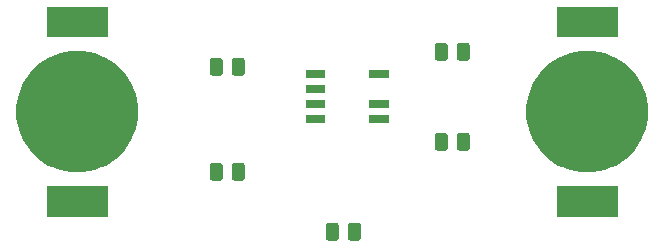
<source format=gbr>
G04 #@! TF.GenerationSoftware,KiCad,Pcbnew,(5.1.4)-1*
G04 #@! TF.CreationDate,2021-09-27T23:37:41-07:00*
G04 #@! TF.ProjectId,IntroProj,496e7472-6f50-4726-9f6a-2e6b69636164,rev?*
G04 #@! TF.SameCoordinates,Original*
G04 #@! TF.FileFunction,Soldermask,Top*
G04 #@! TF.FilePolarity,Negative*
%FSLAX46Y46*%
G04 Gerber Fmt 4.6, Leading zero omitted, Abs format (unit mm)*
G04 Created by KiCad (PCBNEW (5.1.4)-1) date 2021-09-27 23:37:41*
%MOMM*%
%LPD*%
G04 APERTURE LIST*
%ADD10C,0.100000*%
G04 APERTURE END LIST*
D10*
G36*
X162266968Y-79263565D02*
G01*
X162305638Y-79275296D01*
X162341277Y-79294346D01*
X162372517Y-79319983D01*
X162398154Y-79351223D01*
X162417204Y-79386862D01*
X162428935Y-79425532D01*
X162433500Y-79471888D01*
X162433500Y-80548112D01*
X162428935Y-80594468D01*
X162417204Y-80633138D01*
X162398154Y-80668777D01*
X162372517Y-80700017D01*
X162341277Y-80725654D01*
X162305638Y-80744704D01*
X162266968Y-80756435D01*
X162220612Y-80761000D01*
X161569388Y-80761000D01*
X161523032Y-80756435D01*
X161484362Y-80744704D01*
X161448723Y-80725654D01*
X161417483Y-80700017D01*
X161391846Y-80668777D01*
X161372796Y-80633138D01*
X161361065Y-80594468D01*
X161356500Y-80548112D01*
X161356500Y-79471888D01*
X161361065Y-79425532D01*
X161372796Y-79386862D01*
X161391846Y-79351223D01*
X161417483Y-79319983D01*
X161448723Y-79294346D01*
X161484362Y-79275296D01*
X161523032Y-79263565D01*
X161569388Y-79259000D01*
X162220612Y-79259000D01*
X162266968Y-79263565D01*
X162266968Y-79263565D01*
G37*
G36*
X160391968Y-79263565D02*
G01*
X160430638Y-79275296D01*
X160466277Y-79294346D01*
X160497517Y-79319983D01*
X160523154Y-79351223D01*
X160542204Y-79386862D01*
X160553935Y-79425532D01*
X160558500Y-79471888D01*
X160558500Y-80548112D01*
X160553935Y-80594468D01*
X160542204Y-80633138D01*
X160523154Y-80668777D01*
X160497517Y-80700017D01*
X160466277Y-80725654D01*
X160430638Y-80744704D01*
X160391968Y-80756435D01*
X160345612Y-80761000D01*
X159694388Y-80761000D01*
X159648032Y-80756435D01*
X159609362Y-80744704D01*
X159573723Y-80725654D01*
X159542483Y-80700017D01*
X159516846Y-80668777D01*
X159497796Y-80633138D01*
X159486065Y-80594468D01*
X159481500Y-80548112D01*
X159481500Y-79471888D01*
X159486065Y-79425532D01*
X159497796Y-79386862D01*
X159516846Y-79351223D01*
X159542483Y-79319983D01*
X159573723Y-79294346D01*
X159609362Y-79275296D01*
X159648032Y-79263565D01*
X159694388Y-79259000D01*
X160345612Y-79259000D01*
X160391968Y-79263565D01*
X160391968Y-79263565D01*
G37*
G36*
X141031000Y-78751000D02*
G01*
X135829000Y-78751000D01*
X135829000Y-76149000D01*
X141031000Y-76149000D01*
X141031000Y-78751000D01*
X141031000Y-78751000D01*
G37*
G36*
X184211000Y-78751000D02*
G01*
X179009000Y-78751000D01*
X179009000Y-76149000D01*
X184211000Y-76149000D01*
X184211000Y-78751000D01*
X184211000Y-78751000D01*
G37*
G36*
X150564468Y-74183565D02*
G01*
X150603138Y-74195296D01*
X150638777Y-74214346D01*
X150670017Y-74239983D01*
X150695654Y-74271223D01*
X150714704Y-74306862D01*
X150726435Y-74345532D01*
X150731000Y-74391888D01*
X150731000Y-75468112D01*
X150726435Y-75514468D01*
X150714704Y-75553138D01*
X150695654Y-75588777D01*
X150670017Y-75620017D01*
X150638777Y-75645654D01*
X150603138Y-75664704D01*
X150564468Y-75676435D01*
X150518112Y-75681000D01*
X149866888Y-75681000D01*
X149820532Y-75676435D01*
X149781862Y-75664704D01*
X149746223Y-75645654D01*
X149714983Y-75620017D01*
X149689346Y-75588777D01*
X149670296Y-75553138D01*
X149658565Y-75514468D01*
X149654000Y-75468112D01*
X149654000Y-74391888D01*
X149658565Y-74345532D01*
X149670296Y-74306862D01*
X149689346Y-74271223D01*
X149714983Y-74239983D01*
X149746223Y-74214346D01*
X149781862Y-74195296D01*
X149820532Y-74183565D01*
X149866888Y-74179000D01*
X150518112Y-74179000D01*
X150564468Y-74183565D01*
X150564468Y-74183565D01*
G37*
G36*
X152439468Y-74183565D02*
G01*
X152478138Y-74195296D01*
X152513777Y-74214346D01*
X152545017Y-74239983D01*
X152570654Y-74271223D01*
X152589704Y-74306862D01*
X152601435Y-74345532D01*
X152606000Y-74391888D01*
X152606000Y-75468112D01*
X152601435Y-75514468D01*
X152589704Y-75553138D01*
X152570654Y-75588777D01*
X152545017Y-75620017D01*
X152513777Y-75645654D01*
X152478138Y-75664704D01*
X152439468Y-75676435D01*
X152393112Y-75681000D01*
X151741888Y-75681000D01*
X151695532Y-75676435D01*
X151656862Y-75664704D01*
X151621223Y-75645654D01*
X151589983Y-75620017D01*
X151564346Y-75588777D01*
X151545296Y-75553138D01*
X151533565Y-75514468D01*
X151529000Y-75468112D01*
X151529000Y-74391888D01*
X151533565Y-74345532D01*
X151545296Y-74306862D01*
X151564346Y-74271223D01*
X151589983Y-74239983D01*
X151621223Y-74214346D01*
X151656862Y-74195296D01*
X151695532Y-74183565D01*
X151741888Y-74179000D01*
X152393112Y-74179000D01*
X152439468Y-74183565D01*
X152439468Y-74183565D01*
G37*
G36*
X183112490Y-64896950D02*
G01*
X183661620Y-65124407D01*
X184049913Y-65285243D01*
X184893571Y-65848957D01*
X185611043Y-66566429D01*
X186174757Y-67410087D01*
X186174757Y-67410088D01*
X186563050Y-68347510D01*
X186761000Y-69342669D01*
X186761000Y-70357331D01*
X186563050Y-71352490D01*
X186354604Y-71855722D01*
X186174757Y-72289913D01*
X185611043Y-73133571D01*
X184893571Y-73851043D01*
X184049913Y-74414757D01*
X183661620Y-74575593D01*
X183112490Y-74803050D01*
X182117331Y-75001000D01*
X181102669Y-75001000D01*
X180107510Y-74803050D01*
X179558380Y-74575593D01*
X179170087Y-74414757D01*
X178326429Y-73851043D01*
X177608957Y-73133571D01*
X177045243Y-72289913D01*
X176865396Y-71855722D01*
X176656950Y-71352490D01*
X176459000Y-70357331D01*
X176459000Y-69342669D01*
X176656950Y-68347510D01*
X177045243Y-67410088D01*
X177045243Y-67410087D01*
X177608957Y-66566429D01*
X178326429Y-65848957D01*
X179170087Y-65285243D01*
X179558380Y-65124407D01*
X180107510Y-64896950D01*
X181102669Y-64699000D01*
X182117331Y-64699000D01*
X183112490Y-64896950D01*
X183112490Y-64896950D01*
G37*
G36*
X139932490Y-64896950D02*
G01*
X140481620Y-65124407D01*
X140869913Y-65285243D01*
X141713571Y-65848957D01*
X142431043Y-66566429D01*
X142994757Y-67410087D01*
X142994757Y-67410088D01*
X143383050Y-68347510D01*
X143581000Y-69342669D01*
X143581000Y-70357331D01*
X143383050Y-71352490D01*
X143174604Y-71855722D01*
X142994757Y-72289913D01*
X142431043Y-73133571D01*
X141713571Y-73851043D01*
X140869913Y-74414757D01*
X140481620Y-74575593D01*
X139932490Y-74803050D01*
X138937331Y-75001000D01*
X137922669Y-75001000D01*
X136927510Y-74803050D01*
X136378380Y-74575593D01*
X135990087Y-74414757D01*
X135146429Y-73851043D01*
X134428957Y-73133571D01*
X133865243Y-72289913D01*
X133685396Y-71855722D01*
X133476950Y-71352490D01*
X133279000Y-70357331D01*
X133279000Y-69342669D01*
X133476950Y-68347510D01*
X133865243Y-67410088D01*
X133865243Y-67410087D01*
X134428957Y-66566429D01*
X135146429Y-65848957D01*
X135990087Y-65285243D01*
X136378380Y-65124407D01*
X136927510Y-64896950D01*
X137922669Y-64699000D01*
X138937331Y-64699000D01*
X139932490Y-64896950D01*
X139932490Y-64896950D01*
G37*
G36*
X169614468Y-71643565D02*
G01*
X169653138Y-71655296D01*
X169688777Y-71674346D01*
X169720017Y-71699983D01*
X169745654Y-71731223D01*
X169764704Y-71766862D01*
X169776435Y-71805532D01*
X169781000Y-71851888D01*
X169781000Y-72928112D01*
X169776435Y-72974468D01*
X169764704Y-73013138D01*
X169745654Y-73048777D01*
X169720017Y-73080017D01*
X169688777Y-73105654D01*
X169653138Y-73124704D01*
X169614468Y-73136435D01*
X169568112Y-73141000D01*
X168916888Y-73141000D01*
X168870532Y-73136435D01*
X168831862Y-73124704D01*
X168796223Y-73105654D01*
X168764983Y-73080017D01*
X168739346Y-73048777D01*
X168720296Y-73013138D01*
X168708565Y-72974468D01*
X168704000Y-72928112D01*
X168704000Y-71851888D01*
X168708565Y-71805532D01*
X168720296Y-71766862D01*
X168739346Y-71731223D01*
X168764983Y-71699983D01*
X168796223Y-71674346D01*
X168831862Y-71655296D01*
X168870532Y-71643565D01*
X168916888Y-71639000D01*
X169568112Y-71639000D01*
X169614468Y-71643565D01*
X169614468Y-71643565D01*
G37*
G36*
X171489468Y-71643565D02*
G01*
X171528138Y-71655296D01*
X171563777Y-71674346D01*
X171595017Y-71699983D01*
X171620654Y-71731223D01*
X171639704Y-71766862D01*
X171651435Y-71805532D01*
X171656000Y-71851888D01*
X171656000Y-72928112D01*
X171651435Y-72974468D01*
X171639704Y-73013138D01*
X171620654Y-73048777D01*
X171595017Y-73080017D01*
X171563777Y-73105654D01*
X171528138Y-73124704D01*
X171489468Y-73136435D01*
X171443112Y-73141000D01*
X170791888Y-73141000D01*
X170745532Y-73136435D01*
X170706862Y-73124704D01*
X170671223Y-73105654D01*
X170639983Y-73080017D01*
X170614346Y-73048777D01*
X170595296Y-73013138D01*
X170583565Y-72974468D01*
X170579000Y-72928112D01*
X170579000Y-71851888D01*
X170583565Y-71805532D01*
X170595296Y-71766862D01*
X170614346Y-71731223D01*
X170639983Y-71699983D01*
X170671223Y-71674346D01*
X170706862Y-71655296D01*
X170745532Y-71643565D01*
X170791888Y-71639000D01*
X171443112Y-71639000D01*
X171489468Y-71643565D01*
X171489468Y-71643565D01*
G37*
G36*
X164816000Y-70836000D02*
G01*
X163164000Y-70836000D01*
X163164000Y-70134000D01*
X164816000Y-70134000D01*
X164816000Y-70836000D01*
X164816000Y-70836000D01*
G37*
G36*
X159416000Y-70836000D02*
G01*
X157764000Y-70836000D01*
X157764000Y-70134000D01*
X159416000Y-70134000D01*
X159416000Y-70836000D01*
X159416000Y-70836000D01*
G37*
G36*
X159416000Y-69566000D02*
G01*
X157764000Y-69566000D01*
X157764000Y-68864000D01*
X159416000Y-68864000D01*
X159416000Y-69566000D01*
X159416000Y-69566000D01*
G37*
G36*
X164816000Y-69566000D02*
G01*
X163164000Y-69566000D01*
X163164000Y-68864000D01*
X164816000Y-68864000D01*
X164816000Y-69566000D01*
X164816000Y-69566000D01*
G37*
G36*
X159416000Y-68296000D02*
G01*
X157764000Y-68296000D01*
X157764000Y-67594000D01*
X159416000Y-67594000D01*
X159416000Y-68296000D01*
X159416000Y-68296000D01*
G37*
G36*
X159416000Y-67026000D02*
G01*
X157764000Y-67026000D01*
X157764000Y-66324000D01*
X159416000Y-66324000D01*
X159416000Y-67026000D01*
X159416000Y-67026000D01*
G37*
G36*
X164816000Y-67026000D02*
G01*
X163164000Y-67026000D01*
X163164000Y-66324000D01*
X164816000Y-66324000D01*
X164816000Y-67026000D01*
X164816000Y-67026000D01*
G37*
G36*
X152439468Y-65293565D02*
G01*
X152478138Y-65305296D01*
X152513777Y-65324346D01*
X152545017Y-65349983D01*
X152570654Y-65381223D01*
X152589704Y-65416862D01*
X152601435Y-65455532D01*
X152606000Y-65501888D01*
X152606000Y-66578112D01*
X152601435Y-66624468D01*
X152589704Y-66663138D01*
X152570654Y-66698777D01*
X152545017Y-66730017D01*
X152513777Y-66755654D01*
X152478138Y-66774704D01*
X152439468Y-66786435D01*
X152393112Y-66791000D01*
X151741888Y-66791000D01*
X151695532Y-66786435D01*
X151656862Y-66774704D01*
X151621223Y-66755654D01*
X151589983Y-66730017D01*
X151564346Y-66698777D01*
X151545296Y-66663138D01*
X151533565Y-66624468D01*
X151529000Y-66578112D01*
X151529000Y-65501888D01*
X151533565Y-65455532D01*
X151545296Y-65416862D01*
X151564346Y-65381223D01*
X151589983Y-65349983D01*
X151621223Y-65324346D01*
X151656862Y-65305296D01*
X151695532Y-65293565D01*
X151741888Y-65289000D01*
X152393112Y-65289000D01*
X152439468Y-65293565D01*
X152439468Y-65293565D01*
G37*
G36*
X150564468Y-65293565D02*
G01*
X150603138Y-65305296D01*
X150638777Y-65324346D01*
X150670017Y-65349983D01*
X150695654Y-65381223D01*
X150714704Y-65416862D01*
X150726435Y-65455532D01*
X150731000Y-65501888D01*
X150731000Y-66578112D01*
X150726435Y-66624468D01*
X150714704Y-66663138D01*
X150695654Y-66698777D01*
X150670017Y-66730017D01*
X150638777Y-66755654D01*
X150603138Y-66774704D01*
X150564468Y-66786435D01*
X150518112Y-66791000D01*
X149866888Y-66791000D01*
X149820532Y-66786435D01*
X149781862Y-66774704D01*
X149746223Y-66755654D01*
X149714983Y-66730017D01*
X149689346Y-66698777D01*
X149670296Y-66663138D01*
X149658565Y-66624468D01*
X149654000Y-66578112D01*
X149654000Y-65501888D01*
X149658565Y-65455532D01*
X149670296Y-65416862D01*
X149689346Y-65381223D01*
X149714983Y-65349983D01*
X149746223Y-65324346D01*
X149781862Y-65305296D01*
X149820532Y-65293565D01*
X149866888Y-65289000D01*
X150518112Y-65289000D01*
X150564468Y-65293565D01*
X150564468Y-65293565D01*
G37*
G36*
X169614468Y-64023565D02*
G01*
X169653138Y-64035296D01*
X169688777Y-64054346D01*
X169720017Y-64079983D01*
X169745654Y-64111223D01*
X169764704Y-64146862D01*
X169776435Y-64185532D01*
X169781000Y-64231888D01*
X169781000Y-65308112D01*
X169776435Y-65354468D01*
X169764704Y-65393138D01*
X169745654Y-65428777D01*
X169720017Y-65460017D01*
X169688777Y-65485654D01*
X169653138Y-65504704D01*
X169614468Y-65516435D01*
X169568112Y-65521000D01*
X168916888Y-65521000D01*
X168870532Y-65516435D01*
X168831862Y-65504704D01*
X168796223Y-65485654D01*
X168764983Y-65460017D01*
X168739346Y-65428777D01*
X168720296Y-65393138D01*
X168708565Y-65354468D01*
X168704000Y-65308112D01*
X168704000Y-64231888D01*
X168708565Y-64185532D01*
X168720296Y-64146862D01*
X168739346Y-64111223D01*
X168764983Y-64079983D01*
X168796223Y-64054346D01*
X168831862Y-64035296D01*
X168870532Y-64023565D01*
X168916888Y-64019000D01*
X169568112Y-64019000D01*
X169614468Y-64023565D01*
X169614468Y-64023565D01*
G37*
G36*
X171489468Y-64023565D02*
G01*
X171528138Y-64035296D01*
X171563777Y-64054346D01*
X171595017Y-64079983D01*
X171620654Y-64111223D01*
X171639704Y-64146862D01*
X171651435Y-64185532D01*
X171656000Y-64231888D01*
X171656000Y-65308112D01*
X171651435Y-65354468D01*
X171639704Y-65393138D01*
X171620654Y-65428777D01*
X171595017Y-65460017D01*
X171563777Y-65485654D01*
X171528138Y-65504704D01*
X171489468Y-65516435D01*
X171443112Y-65521000D01*
X170791888Y-65521000D01*
X170745532Y-65516435D01*
X170706862Y-65504704D01*
X170671223Y-65485654D01*
X170639983Y-65460017D01*
X170614346Y-65428777D01*
X170595296Y-65393138D01*
X170583565Y-65354468D01*
X170579000Y-65308112D01*
X170579000Y-64231888D01*
X170583565Y-64185532D01*
X170595296Y-64146862D01*
X170614346Y-64111223D01*
X170639983Y-64079983D01*
X170671223Y-64054346D01*
X170706862Y-64035296D01*
X170745532Y-64023565D01*
X170791888Y-64019000D01*
X171443112Y-64019000D01*
X171489468Y-64023565D01*
X171489468Y-64023565D01*
G37*
G36*
X184211000Y-63551000D02*
G01*
X179009000Y-63551000D01*
X179009000Y-60949000D01*
X184211000Y-60949000D01*
X184211000Y-63551000D01*
X184211000Y-63551000D01*
G37*
G36*
X141031000Y-63551000D02*
G01*
X135829000Y-63551000D01*
X135829000Y-60949000D01*
X141031000Y-60949000D01*
X141031000Y-63551000D01*
X141031000Y-63551000D01*
G37*
M02*

</source>
